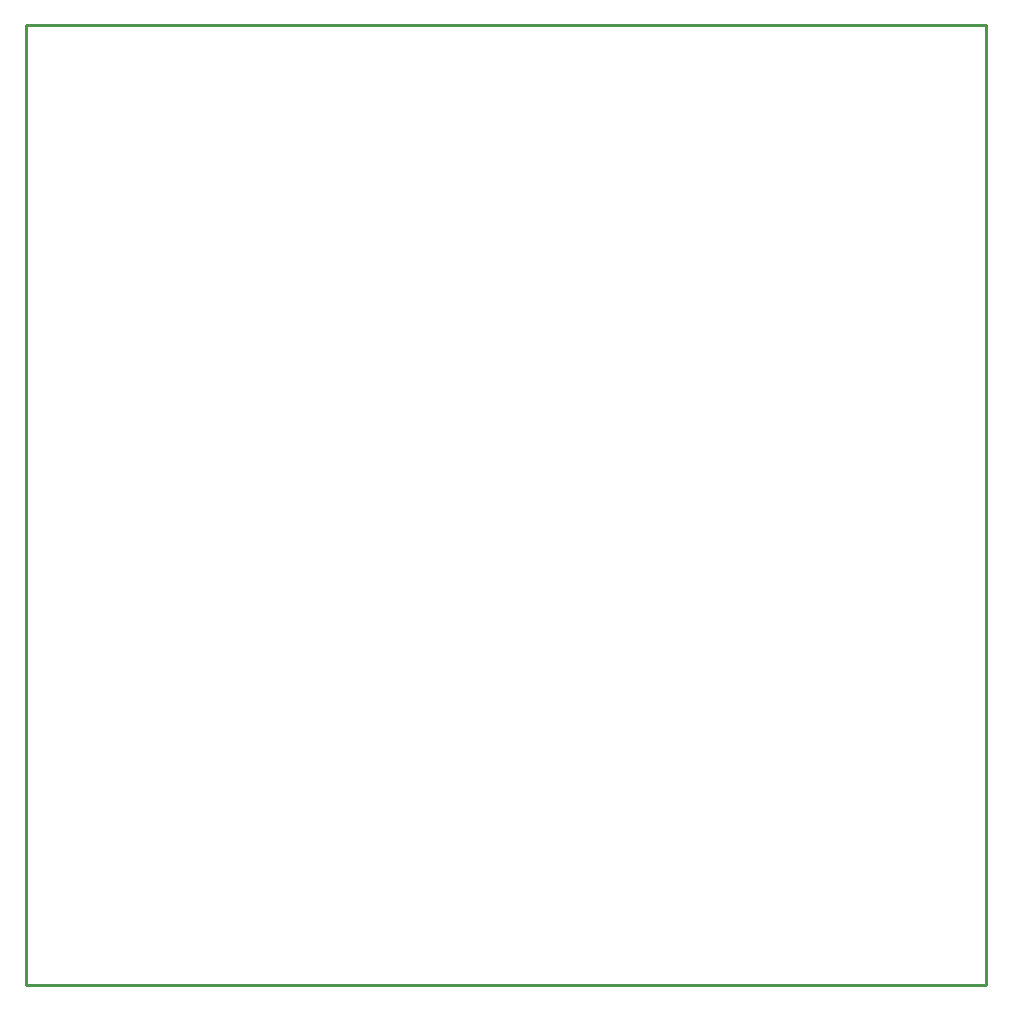
<source format=gko>
G04 Layer: BoardOutlineLayer*
G04 EasyEDA v6.5.48, 2025-03-13 20:33:32*
G04 94a380b5bd244f86828ecfb0a5ad460b,f9ecfe7abe46434aadffdc01d2bfd918,10*
G04 Gerber Generator version 0.2*
G04 Scale: 100 percent, Rotated: No, Reflected: No *
G04 Dimensions in millimeters *
G04 leading zeros omitted , absolute positions ,4 integer and 5 decimal *
%FSLAX45Y45*%
%MOMM*%

%ADD10C,0.2540*%
D10*
X0Y9817100D02*
G01*
X0Y9906000D01*
X8128000Y9906000D01*
X8128000Y1778000D01*
X1986534Y1778000D01*
X0Y1778000D01*
X0Y9817100D01*

%LPD*%
M02*

</source>
